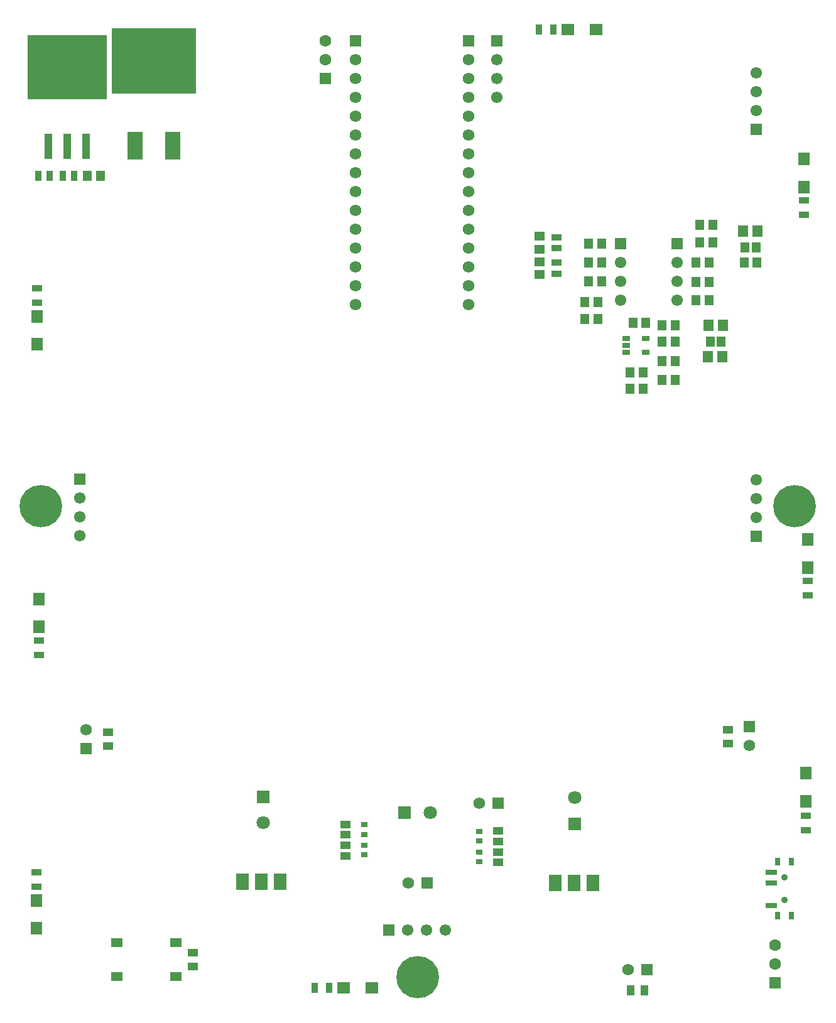
<source format=gbr>
G04*
G04 #@! TF.GenerationSoftware,Altium Limited,Altium Designer,22.4.2 (48)*
G04*
G04 Layer_Color=255*
%FSLAX24Y24*%
%MOIN*%
G70*
G04*
G04 #@! TF.SameCoordinates,94B06879-D93D-4629-8478-E99B9EA78D0E*
G04*
G04*
G04 #@! TF.FilePolarity,Positive*
G04*
G01*
G75*
%ADD19R,0.0374X0.0315*%
%ADD20R,0.0531X0.0433*%
%ADD21R,0.0571X0.0413*%
%ADD22R,0.0610X0.0512*%
%ADD23R,0.0689X0.0591*%
%ADD24R,0.0374X0.0571*%
%ADD25R,0.0571X0.0374*%
%ADD26R,0.0591X0.0689*%
%ADD27R,0.0315X0.0394*%
%ADD28R,0.0591X0.0276*%
%ADD29R,0.0531X0.0610*%
%ADD30R,0.0472X0.0571*%
%ADD31R,0.0453X0.0571*%
%ADD32R,0.0571X0.0453*%
%ADD33R,0.0531X0.0374*%
G04:AMPARAMS|DCode=34|XSize=43.3mil|YSize=23.6mil|CornerRadius=2mil|HoleSize=0mil|Usage=FLASHONLY|Rotation=0.000|XOffset=0mil|YOffset=0mil|HoleType=Round|Shape=RoundedRectangle|*
%AMROUNDEDRECTD34*
21,1,0.0433,0.0196,0,0,0.0*
21,1,0.0393,0.0236,0,0,0.0*
1,1,0.0040,0.0196,-0.0098*
1,1,0.0040,-0.0196,-0.0098*
1,1,0.0040,-0.0196,0.0098*
1,1,0.0040,0.0196,0.0098*
%
%ADD34ROUNDEDRECTD34*%
%ADD35R,0.0819X0.1500*%
%ADD36R,0.4500X0.3500*%
%ADD37R,0.0374X0.0531*%
%ADD38R,0.0554X0.0396*%
%ADD39R,0.0396X0.0554*%
%ADD47R,0.4213X0.3386*%
%ADD48R,0.0394X0.1339*%
%ADD49C,0.0618*%
%ADD50R,0.0618X0.0618*%
%ADD53R,0.0618X0.0618*%
%ADD54C,0.0354*%
%ADD60R,0.0701X0.0902*%
%ADD63C,0.0709*%
%ADD64R,0.0709X0.0709*%
%ADD65R,0.0610X0.0610*%
%ADD66C,0.0610*%
%ADD67R,0.0610X0.0610*%
%ADD68C,0.2250*%
%ADD69R,0.0709X0.0709*%
%ADD70R,0.0630X0.0630*%
%ADD71C,0.0630*%
D19*
X33250Y17244D02*
D03*
Y17756D02*
D03*
Y16144D02*
D03*
Y16656D02*
D03*
X27150Y17594D02*
D03*
Y18106D02*
D03*
Y16500D02*
D03*
Y17012D02*
D03*
D20*
X34250Y16651D02*
D03*
Y16100D02*
D03*
Y17776D02*
D03*
Y17224D02*
D03*
X26150Y17001D02*
D03*
Y16450D02*
D03*
Y17574D02*
D03*
Y18126D02*
D03*
D21*
X18050Y10586D02*
D03*
Y11314D02*
D03*
D22*
X14035Y11836D02*
D03*
X17165D02*
D03*
X14035Y10064D02*
D03*
X17165D02*
D03*
D23*
X37962Y60300D02*
D03*
X39438D02*
D03*
X26062Y9450D02*
D03*
X27538D02*
D03*
D24*
X36416Y60300D02*
D03*
X37184D02*
D03*
X24516Y9450D02*
D03*
X25284D02*
D03*
D25*
X9800Y46584D02*
D03*
Y45816D02*
D03*
X9750Y15584D02*
D03*
Y14816D02*
D03*
X50700Y30266D02*
D03*
Y31034D02*
D03*
X50600Y17816D02*
D03*
Y18584D02*
D03*
X50500Y50466D02*
D03*
Y51234D02*
D03*
X9900Y27116D02*
D03*
Y27884D02*
D03*
D26*
X50700Y31762D02*
D03*
Y33238D02*
D03*
X50600Y19362D02*
D03*
Y20838D02*
D03*
X50500Y51962D02*
D03*
Y53438D02*
D03*
X9800Y45088D02*
D03*
Y43612D02*
D03*
X9900Y28612D02*
D03*
Y30088D02*
D03*
X9750Y14088D02*
D03*
Y12612D02*
D03*
D27*
X49830Y16146D02*
D03*
Y13272D02*
D03*
X49070Y16146D02*
D03*
Y13272D02*
D03*
D28*
X48761Y13824D02*
D03*
Y15595D02*
D03*
Y15005D02*
D03*
D29*
X45400Y42950D02*
D03*
X46168D02*
D03*
X46184Y44600D02*
D03*
X45416D02*
D03*
X48034Y49600D02*
D03*
X47266D02*
D03*
D30*
X46095Y43750D02*
D03*
X45505D02*
D03*
X47945Y48750D02*
D03*
X47355D02*
D03*
D31*
X43644Y42700D02*
D03*
X42956D02*
D03*
X43644Y41700D02*
D03*
X42956D02*
D03*
X41256Y41250D02*
D03*
X41944D02*
D03*
X42094Y44750D02*
D03*
X41406D02*
D03*
X44756Y46900D02*
D03*
X45444D02*
D03*
X47994Y47950D02*
D03*
X47306D02*
D03*
X44756D02*
D03*
X45444D02*
D03*
X44956Y49000D02*
D03*
X45644D02*
D03*
X44956Y49950D02*
D03*
X45644D02*
D03*
X39061Y48950D02*
D03*
X39750D02*
D03*
X42956Y43750D02*
D03*
X43644D02*
D03*
Y44600D02*
D03*
X42956D02*
D03*
X44756Y45950D02*
D03*
X45444D02*
D03*
X39056Y47950D02*
D03*
X39744D02*
D03*
X38856Y44950D02*
D03*
X39544D02*
D03*
X38856Y45850D02*
D03*
X39544D02*
D03*
X39056Y46950D02*
D03*
X39744D02*
D03*
X41944Y42100D02*
D03*
X41256D02*
D03*
X12456Y52550D02*
D03*
X13144D02*
D03*
D32*
X36450Y47306D02*
D03*
Y47994D02*
D03*
Y49344D02*
D03*
Y48656D02*
D03*
D33*
X37350Y47945D02*
D03*
Y47355D02*
D03*
Y49295D02*
D03*
Y48705D02*
D03*
D34*
X42074Y43924D02*
D03*
Y43176D02*
D03*
X41050D02*
D03*
Y43550D02*
D03*
Y43924D02*
D03*
D35*
X17000Y54150D02*
D03*
X15000D02*
D03*
D36*
X16000Y58650D02*
D03*
D37*
X11155Y52550D02*
D03*
X11745D02*
D03*
X9855D02*
D03*
X10445D02*
D03*
D38*
X46445Y23154D02*
D03*
Y22406D02*
D03*
X13550Y23024D02*
D03*
Y22276D02*
D03*
D39*
X41276Y9300D02*
D03*
X42024D02*
D03*
D47*
X11400Y58305D02*
D03*
D48*
X12400Y54131D02*
D03*
X11400D02*
D03*
X10400D02*
D03*
D49*
X33250Y19250D02*
D03*
X26700Y45700D02*
D03*
Y46700D02*
D03*
Y47700D02*
D03*
Y48700D02*
D03*
Y49700D02*
D03*
Y50700D02*
D03*
Y51700D02*
D03*
Y52700D02*
D03*
Y53700D02*
D03*
Y54700D02*
D03*
Y55700D02*
D03*
Y56700D02*
D03*
Y57700D02*
D03*
Y58700D02*
D03*
X32700Y45700D02*
D03*
Y46700D02*
D03*
Y47700D02*
D03*
Y48700D02*
D03*
Y49700D02*
D03*
Y50700D02*
D03*
Y51700D02*
D03*
Y52700D02*
D03*
Y53700D02*
D03*
Y54700D02*
D03*
Y55700D02*
D03*
Y56700D02*
D03*
Y57700D02*
D03*
Y58700D02*
D03*
X29500Y15000D02*
D03*
X47595Y22330D02*
D03*
X41150Y10400D02*
D03*
X12400Y23150D02*
D03*
D50*
X34250Y19250D02*
D03*
X30500Y15000D02*
D03*
X42150Y10400D02*
D03*
D53*
X26700Y59700D02*
D03*
X32700D02*
D03*
X47595Y23330D02*
D03*
X12400Y22150D02*
D03*
D54*
X49450Y15300D02*
D03*
Y14119D02*
D03*
D60*
X20700Y15074D02*
D03*
X21700D02*
D03*
X22700D02*
D03*
X37300Y15024D02*
D03*
X38300D02*
D03*
X39300D02*
D03*
D63*
X30650Y18750D02*
D03*
X38311Y19539D02*
D03*
X21789Y18211D02*
D03*
D64*
X29272Y18750D02*
D03*
D65*
X47950Y55000D02*
D03*
X43750Y48950D02*
D03*
X40750D02*
D03*
X34200Y59700D02*
D03*
X12050Y36450D02*
D03*
X47950Y33400D02*
D03*
D66*
Y56000D02*
D03*
Y57000D02*
D03*
Y58000D02*
D03*
X29450Y12500D02*
D03*
X30450D02*
D03*
X31450D02*
D03*
X43750Y47950D02*
D03*
Y46950D02*
D03*
Y45950D02*
D03*
X40750Y47950D02*
D03*
Y46950D02*
D03*
Y45950D02*
D03*
X34200Y58700D02*
D03*
Y57700D02*
D03*
Y56700D02*
D03*
X12050Y35450D02*
D03*
Y34450D02*
D03*
Y33450D02*
D03*
X47950Y34400D02*
D03*
Y35400D02*
D03*
Y36400D02*
D03*
D67*
X28450Y12500D02*
D03*
D68*
X10000Y35000D02*
D03*
X50000D02*
D03*
X30000Y10000D02*
D03*
D69*
X38311Y18161D02*
D03*
X21789Y19589D02*
D03*
D70*
X48950Y9700D02*
D03*
X25100Y57700D02*
D03*
D71*
X48950Y10700D02*
D03*
Y11700D02*
D03*
X25100Y58700D02*
D03*
Y59700D02*
D03*
M02*

</source>
